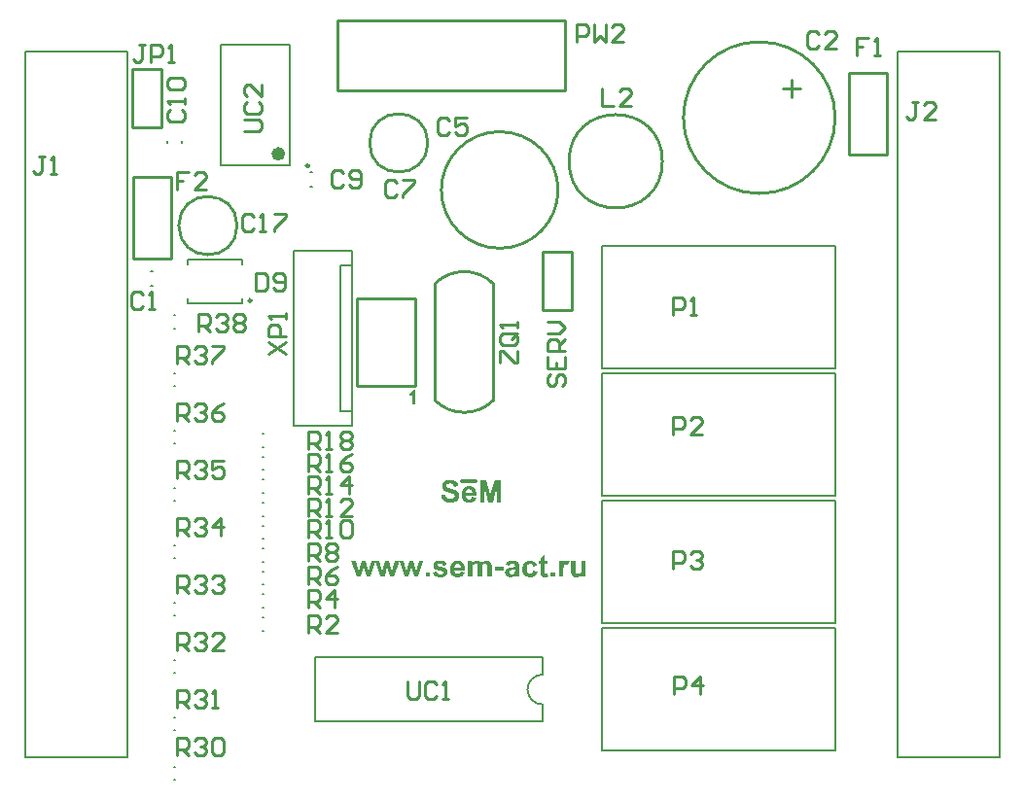
<source format=gto>
%FSLAX24Y24*%
%MOIN*%
G70*
G01*
G75*
G04 Layer_Color=16777215*
%ADD10R,0.0413X0.0571*%
%ADD11O,0.0906X0.0236*%
%ADD12R,0.0571X0.0413*%
%ADD13R,0.0827X0.0846*%
%ADD14R,0.0433X0.0532*%
%ADD15C,0.0197*%
%ADD16C,0.0394*%
%ADD17C,0.0295*%
%ADD18C,0.0591*%
%ADD19C,0.0709*%
%ADD20C,0.1181*%
%ADD21C,0.0669*%
G04:AMPARAMS|DCode=22|XSize=78.7mil|YSize=78.7mil|CornerRadius=19.7mil|HoleSize=0mil|Usage=FLASHONLY|Rotation=270.000|XOffset=0mil|YOffset=0mil|HoleType=Round|Shape=RoundedRectangle|*
%AMROUNDEDRECTD22*
21,1,0.0787,0.0394,0,0,270.0*
21,1,0.0394,0.0787,0,0,270.0*
1,1,0.0394,-0.0197,-0.0197*
1,1,0.0394,-0.0197,0.0197*
1,1,0.0394,0.0197,0.0197*
1,1,0.0394,0.0197,-0.0197*
%
%ADD22ROUNDEDRECTD22*%
%ADD23C,0.0787*%
G04:AMPARAMS|DCode=24|XSize=70.9mil|YSize=70.9mil|CornerRadius=17.7mil|HoleSize=0mil|Usage=FLASHONLY|Rotation=0.000|XOffset=0mil|YOffset=0mil|HoleType=Round|Shape=RoundedRectangle|*
%AMROUNDEDRECTD24*
21,1,0.0709,0.0354,0,0,0.0*
21,1,0.0354,0.0709,0,0,0.0*
1,1,0.0354,0.0177,-0.0177*
1,1,0.0354,-0.0177,-0.0177*
1,1,0.0354,-0.0177,0.0177*
1,1,0.0354,0.0177,0.0177*
%
%ADD24ROUNDEDRECTD24*%
G04:AMPARAMS|DCode=25|XSize=70.9mil|YSize=70.9mil|CornerRadius=17.7mil|HoleSize=0mil|Usage=FLASHONLY|Rotation=270.000|XOffset=0mil|YOffset=0mil|HoleType=Round|Shape=RoundedRectangle|*
%AMROUNDEDRECTD25*
21,1,0.0709,0.0354,0,0,270.0*
21,1,0.0354,0.0709,0,0,270.0*
1,1,0.0354,-0.0177,-0.0177*
1,1,0.0354,-0.0177,0.0177*
1,1,0.0354,0.0177,0.0177*
1,1,0.0354,0.0177,-0.0177*
%
%ADD25ROUNDEDRECTD25*%
%ADD26C,0.0591*%
%ADD27O,0.0787X0.0630*%
%ADD28C,0.0630*%
G04:AMPARAMS|DCode=29|XSize=63mil|YSize=63mil|CornerRadius=15.7mil|HoleSize=0mil|Usage=FLASHONLY|Rotation=180.000|XOffset=0mil|YOffset=0mil|HoleType=Round|Shape=RoundedRectangle|*
%AMROUNDEDRECTD29*
21,1,0.0630,0.0315,0,0,180.0*
21,1,0.0315,0.0630,0,0,180.0*
1,1,0.0315,-0.0157,0.0157*
1,1,0.0315,0.0157,0.0157*
1,1,0.0315,0.0157,-0.0157*
1,1,0.0315,-0.0157,-0.0157*
%
%ADD29ROUNDEDRECTD29*%
%ADD30C,0.0512*%
%ADD31R,0.0512X0.1122*%
%ADD32R,0.0846X0.0827*%
%ADD33R,0.0492X0.0689*%
%ADD34R,0.0236X0.0866*%
%ADD35R,0.0610X0.0787*%
%ADD36R,0.0532X0.0433*%
%ADD37O,0.0217X0.0689*%
%ADD38O,0.0689X0.0217*%
%ADD39R,0.0768X0.0354*%
%ADD40R,0.0413X0.0768*%
%ADD41O,0.0236X0.0866*%
%ADD42R,0.0433X0.0354*%
%ADD43R,0.0689X0.0492*%
%ADD44C,0.0118*%
%ADD45C,0.0236*%
%ADD46C,0.0138*%
%ADD47C,0.0100*%
%ADD48C,0.0098*%
%ADD49C,0.0050*%
%ADD50C,0.0079*%
G36*
X26954Y17922D02*
X26963D01*
X26985Y17920D01*
X27008Y17917D01*
X27032Y17913D01*
X27055Y17907D01*
X27065Y17903D01*
X27075Y17899D01*
X27076D01*
X27077Y17898D01*
X27082Y17895D01*
X27091Y17890D01*
X27101Y17884D01*
X27113Y17875D01*
X27124Y17865D01*
X27134Y17853D01*
X27142Y17841D01*
X27144Y17839D01*
X27146Y17834D01*
X27149Y17825D01*
X27150Y17819D01*
X27152Y17811D01*
X27154Y17804D01*
X27156Y17794D01*
X27158Y17783D01*
X27159Y17771D01*
X27160Y17758D01*
X27161Y17744D01*
X27162Y17728D01*
Y17711D01*
X27160Y17541D01*
Y17540D01*
Y17538D01*
Y17535D01*
Y17529D01*
Y17516D01*
X27161Y17501D01*
Y17484D01*
X27163Y17466D01*
X27164Y17449D01*
X27167Y17434D01*
Y17433D01*
X27168Y17429D01*
X27170Y17421D01*
X27172Y17412D01*
X27176Y17402D01*
X27181Y17390D01*
X27186Y17376D01*
X27193Y17362D01*
X27050D01*
Y17363D01*
X27048Y17364D01*
X27047Y17369D01*
X27045Y17373D01*
X27043Y17379D01*
X27041Y17386D01*
X27039Y17395D01*
X27035Y17405D01*
Y17406D01*
X27034Y17407D01*
X27033Y17411D01*
X27031Y17417D01*
X27030Y17421D01*
X27028Y17420D01*
X27023Y17416D01*
X27016Y17409D01*
X27006Y17402D01*
X26994Y17393D01*
X26981Y17383D01*
X26965Y17375D01*
X26950Y17368D01*
X26948Y17367D01*
X26942Y17365D01*
X26934Y17362D01*
X26923Y17359D01*
X26910Y17356D01*
X26894Y17353D01*
X26877Y17351D01*
X26859Y17350D01*
X26852D01*
X26845Y17351D01*
X26839D01*
X26830Y17352D01*
X26811Y17356D01*
X26789Y17361D01*
X26768Y17369D01*
X26746Y17380D01*
X26726Y17395D01*
Y17396D01*
X26724Y17397D01*
X26718Y17404D01*
X26711Y17414D01*
X26702Y17427D01*
X26693Y17443D01*
X26686Y17463D01*
X26680Y17486D01*
X26679Y17498D01*
X26678Y17511D01*
Y17513D01*
Y17519D01*
X26679Y17527D01*
X26681Y17538D01*
X26683Y17551D01*
X26687Y17564D01*
X26692Y17579D01*
X26700Y17593D01*
X26701Y17595D01*
X26704Y17599D01*
X26709Y17606D01*
X26716Y17614D01*
X26724Y17622D01*
X26735Y17632D01*
X26747Y17641D01*
X26761Y17649D01*
X26763Y17650D01*
X26769Y17652D01*
X26777Y17655D01*
X26791Y17661D01*
X26807Y17666D01*
X26827Y17672D01*
X26851Y17677D01*
X26877Y17682D01*
X26878D01*
X26881Y17684D01*
X26887Y17685D01*
X26893Y17686D01*
X26902Y17687D01*
X26912Y17689D01*
X26934Y17694D01*
X26957Y17700D01*
X26981Y17705D01*
X27001Y17712D01*
X27011Y17715D01*
X27019Y17719D01*
Y17733D01*
Y17735D01*
Y17739D01*
X27018Y17747D01*
X27017Y17757D01*
X27013Y17767D01*
X27010Y17776D01*
X27005Y17785D01*
X26997Y17793D01*
X26996Y17794D01*
X26993Y17796D01*
X26987Y17798D01*
X26980Y17803D01*
X26969Y17806D01*
X26956Y17808D01*
X26939Y17810D01*
X26919Y17811D01*
X26913D01*
X26906Y17810D01*
X26898Y17809D01*
X26888Y17807D01*
X26877Y17805D01*
X26867Y17801D01*
X26858Y17795D01*
X26857Y17794D01*
X26855Y17792D01*
X26851Y17788D01*
X26846Y17783D01*
X26840Y17775D01*
X26834Y17766D01*
X26829Y17755D01*
X26823Y17741D01*
X26693Y17766D01*
Y17767D01*
X26694Y17769D01*
X26695Y17773D01*
X26698Y17779D01*
X26700Y17785D01*
X26703Y17793D01*
X26711Y17810D01*
X26722Y17829D01*
X26735Y17849D01*
X26750Y17867D01*
X26769Y17884D01*
X26770D01*
X26771Y17886D01*
X26774Y17887D01*
X26778Y17890D01*
X26785Y17892D01*
X26792Y17896D01*
X26800Y17900D01*
X26809Y17903D01*
X26820Y17907D01*
X26832Y17911D01*
X26845Y17914D01*
X26860Y17916D01*
X26876Y17920D01*
X26893Y17921D01*
X26911Y17923D01*
X26947D01*
X26954Y17922D01*
D02*
G37*
G36*
X24100Y17362D02*
X23954D01*
Y17508D01*
X24100D01*
Y17362D01*
D02*
G37*
G36*
X29446D02*
X29312D01*
Y17444D01*
X29311Y17442D01*
X29307Y17437D01*
X29300Y17429D01*
X29290Y17419D01*
X29279Y17407D01*
X29265Y17396D01*
X29250Y17384D01*
X29232Y17374D01*
X29230Y17373D01*
X29224Y17371D01*
X29214Y17367D01*
X29201Y17362D01*
X29185Y17358D01*
X29168Y17353D01*
X29149Y17351D01*
X29130Y17350D01*
X29120D01*
X29110Y17351D01*
X29097Y17353D01*
X29080Y17356D01*
X29064Y17360D01*
X29046Y17367D01*
X29030Y17374D01*
X29028Y17375D01*
X29024Y17379D01*
X29015Y17384D01*
X29006Y17392D01*
X28995Y17402D01*
X28985Y17412D01*
X28975Y17427D01*
X28967Y17442D01*
X28966Y17444D01*
X28963Y17450D01*
X28960Y17459D01*
X28957Y17474D01*
X28954Y17491D01*
X28950Y17512D01*
X28948Y17536D01*
X28947Y17563D01*
Y17911D01*
X29092D01*
Y17658D01*
Y17657D01*
Y17653D01*
Y17647D01*
Y17640D01*
Y17631D01*
Y17621D01*
X29093Y17598D01*
X29095Y17573D01*
X29096Y17550D01*
X29097Y17540D01*
X29098Y17531D01*
X29099Y17523D01*
X29100Y17517D01*
Y17516D01*
X29101Y17513D01*
X29103Y17509D01*
X29107Y17502D01*
X29110Y17496D01*
X29115Y17489D01*
X29121Y17482D01*
X29128Y17476D01*
X29130Y17475D01*
X29133Y17474D01*
X29137Y17471D01*
X29144Y17469D01*
X29151Y17466D01*
X29161Y17464D01*
X29171Y17463D01*
X29183Y17462D01*
X29190D01*
X29196Y17463D01*
X29205Y17464D01*
X29216Y17466D01*
X29227Y17470D01*
X29239Y17475D01*
X29250Y17481D01*
X29251Y17482D01*
X29254Y17485D01*
X29260Y17489D01*
X29266Y17496D01*
X29273Y17503D01*
X29279Y17511D01*
X29286Y17521D01*
X29290Y17532D01*
Y17533D01*
X29292Y17538D01*
Y17543D01*
X29293Y17548D01*
X29295Y17553D01*
X29296Y17561D01*
X29297Y17571D01*
X29298Y17581D01*
X29299Y17593D01*
Y17607D01*
X29300Y17622D01*
X29301Y17640D01*
Y17658D01*
Y17679D01*
Y17911D01*
X29446D01*
Y17362D01*
D02*
G37*
G36*
X28390D02*
X28244D01*
Y17508D01*
X28390D01*
Y17362D01*
D02*
G37*
G36*
X28045Y17911D02*
X28145D01*
Y17795D01*
X28045D01*
Y17573D01*
Y17572D01*
Y17570D01*
Y17567D01*
Y17562D01*
Y17551D01*
Y17538D01*
X28046Y17525D01*
Y17512D01*
Y17502D01*
X28047Y17498D01*
Y17496D01*
X28049Y17493D01*
X28051Y17489D01*
X28054Y17484D01*
X28061Y17477D01*
X28063Y17476D01*
X28067Y17474D01*
X28075Y17471D01*
X28085Y17470D01*
X28089D01*
X28093Y17471D01*
X28100Y17473D01*
X28109Y17474D01*
X28119Y17476D01*
X28131Y17479D01*
X28144Y17484D01*
X28157Y17371D01*
X28156D01*
X28155Y17370D01*
X28148Y17368D01*
X28137Y17364D01*
X28123Y17361D01*
X28106Y17357D01*
X28087Y17353D01*
X28065Y17351D01*
X28042Y17350D01*
X28035D01*
X28028Y17351D01*
X28018Y17352D01*
X28007Y17353D01*
X27995Y17356D01*
X27983Y17359D01*
X27971Y17363D01*
X27970Y17364D01*
X27965Y17365D01*
X27960Y17369D01*
X27953Y17372D01*
X27938Y17383D01*
X27931Y17390D01*
X27924Y17397D01*
X27923Y17398D01*
X27922Y17402D01*
X27920Y17406D01*
X27916Y17412D01*
X27913Y17420D01*
X27910Y17430D01*
X27906Y17441D01*
X27904Y17453D01*
Y17454D01*
X27903Y17458D01*
Y17465D01*
X27902Y17476D01*
X27901Y17490D01*
Y17508D01*
X27900Y17517D01*
Y17529D01*
Y17541D01*
Y17556D01*
Y17795D01*
X27833D01*
Y17911D01*
X27900D01*
Y18020D01*
X28045Y18105D01*
Y17911D01*
D02*
G37*
G36*
X26547Y19921D02*
X26406D01*
X26405Y20516D01*
X26257Y19921D01*
X26109D01*
X25960Y20516D01*
Y19921D01*
X25819D01*
Y20678D01*
X26048D01*
X26183Y20161D01*
X26318Y20678D01*
X26547D01*
Y19921D01*
D02*
G37*
G36*
X25461Y20481D02*
X25471Y20480D01*
X25483Y20478D01*
X25496Y20475D01*
X25510Y20472D01*
X25525Y20468D01*
X25541Y20462D01*
X25557Y20456D01*
X25574Y20447D01*
X25589Y20438D01*
X25604Y20427D01*
X25619Y20414D01*
X25633Y20400D01*
X25634Y20399D01*
X25636Y20397D01*
X25639Y20391D01*
X25643Y20385D01*
X25649Y20376D01*
X25654Y20366D01*
X25661Y20353D01*
X25668Y20339D01*
X25674Y20322D01*
X25681Y20304D01*
X25686Y20284D01*
X25692Y20261D01*
X25696Y20237D01*
X25699Y20211D01*
X25701Y20184D01*
Y20153D01*
X25339D01*
Y20152D01*
Y20150D01*
Y20146D01*
X25340Y20142D01*
X25341Y20131D01*
X25343Y20116D01*
X25347Y20101D01*
X25354Y20083D01*
X25361Y20067D01*
X25372Y20052D01*
X25374Y20051D01*
X25379Y20047D01*
X25386Y20041D01*
X25395Y20035D01*
X25407Y20028D01*
X25423Y20023D01*
X25439Y20019D01*
X25457Y20017D01*
X25462D01*
X25469Y20019D01*
X25476Y20020D01*
X25485Y20022D01*
X25495Y20025D01*
X25505Y20029D01*
X25513Y20036D01*
X25515Y20037D01*
X25518Y20039D01*
X25522Y20044D01*
X25527Y20050D01*
X25533Y20059D01*
X25539Y20069D01*
X25544Y20082D01*
X25549Y20096D01*
X25694Y20072D01*
Y20071D01*
X25693Y20069D01*
X25690Y20064D01*
X25688Y20059D01*
X25685Y20052D01*
X25682Y20045D01*
X25672Y20027D01*
X25660Y20008D01*
X25645Y19987D01*
X25626Y19968D01*
X25605Y19951D01*
X25604D01*
X25603Y19949D01*
X25599Y19947D01*
X25594Y19944D01*
X25589Y19941D01*
X25581Y19938D01*
X25574Y19934D01*
X25564Y19930D01*
X25542Y19922D01*
X25517Y19916D01*
X25487Y19911D01*
X25456Y19909D01*
X25449D01*
X25442Y19910D01*
X25433D01*
X25421Y19913D01*
X25406Y19915D01*
X25391Y19917D01*
X25376Y19921D01*
X25358Y19926D01*
X25341Y19932D01*
X25323Y19940D01*
X25306Y19949D01*
X25288Y19960D01*
X25272Y19972D01*
X25258Y19986D01*
X25243Y20002D01*
X25242Y20003D01*
X25241Y20005D01*
X25239Y20010D01*
X25235Y20015D01*
X25231Y20023D01*
X25227Y20032D01*
X25222Y20041D01*
X25217Y20054D01*
X25212Y20067D01*
X25207Y20081D01*
X25202Y20096D01*
X25199Y20114D01*
X25195Y20131D01*
X25192Y20150D01*
X25191Y20170D01*
X25190Y20191D01*
Y20192D01*
Y20197D01*
Y20204D01*
X25191Y20214D01*
X25192Y20225D01*
X25193Y20238D01*
X25195Y20252D01*
X25199Y20269D01*
X25207Y20303D01*
X25213Y20320D01*
X25219Y20339D01*
X25228Y20356D01*
X25238Y20373D01*
X25249Y20389D01*
X25261Y20404D01*
X25262Y20405D01*
X25264Y20408D01*
X25269Y20412D01*
X25274Y20416D01*
X25281Y20422D01*
X25289Y20428D01*
X25299Y20436D01*
X25310Y20444D01*
X25322Y20450D01*
X25336Y20458D01*
X25351Y20464D01*
X25367Y20470D01*
X25383Y20474D01*
X25402Y20479D01*
X25421Y20481D01*
X25440Y20482D01*
X25452D01*
X25461Y20481D01*
D02*
G37*
G36*
X25066Y17922D02*
X25076Y17921D01*
X25088Y17919D01*
X25101Y17916D01*
X25115Y17913D01*
X25130Y17909D01*
X25146Y17903D01*
X25162Y17897D01*
X25178Y17888D01*
X25194Y17879D01*
X25209Y17868D01*
X25224Y17855D01*
X25237Y17841D01*
X25238Y17840D01*
X25241Y17838D01*
X25244Y17832D01*
X25248Y17826D01*
X25254Y17817D01*
X25259Y17807D01*
X25266Y17794D01*
X25272Y17780D01*
X25279Y17763D01*
X25285Y17745D01*
X25291Y17725D01*
X25296Y17702D01*
X25301Y17678D01*
X25304Y17652D01*
X25306Y17625D01*
Y17594D01*
X24943D01*
Y17593D01*
Y17591D01*
Y17587D01*
X24944Y17583D01*
X24946Y17572D01*
X24948Y17557D01*
X24952Y17541D01*
X24959Y17524D01*
X24966Y17508D01*
X24977Y17493D01*
X24978Y17492D01*
X24984Y17488D01*
X24990Y17482D01*
X25000Y17476D01*
X25012Y17469D01*
X25027Y17464D01*
X25044Y17459D01*
X25061Y17458D01*
X25067D01*
X25073Y17459D01*
X25081Y17461D01*
X25090Y17463D01*
X25100Y17466D01*
X25109Y17470D01*
X25118Y17477D01*
X25119Y17478D01*
X25123Y17480D01*
X25127Y17485D01*
X25131Y17491D01*
X25138Y17500D01*
X25143Y17510D01*
X25149Y17523D01*
X25154Y17537D01*
X25299Y17513D01*
Y17512D01*
X25297Y17510D01*
X25295Y17505D01*
X25293Y17500D01*
X25290Y17493D01*
X25287Y17486D01*
X25277Y17468D01*
X25265Y17449D01*
X25249Y17428D01*
X25231Y17409D01*
X25210Y17392D01*
X25209D01*
X25208Y17390D01*
X25203Y17388D01*
X25199Y17385D01*
X25194Y17382D01*
X25186Y17379D01*
X25178Y17375D01*
X25168Y17371D01*
X25147Y17363D01*
X25122Y17357D01*
X25092Y17352D01*
X25060Y17350D01*
X25054D01*
X25047Y17351D01*
X25037D01*
X25025Y17353D01*
X25011Y17356D01*
X24996Y17358D01*
X24980Y17362D01*
X24963Y17367D01*
X24946Y17373D01*
X24928Y17381D01*
X24911Y17390D01*
X24893Y17400D01*
X24877Y17412D01*
X24862Y17427D01*
X24848Y17443D01*
X24847Y17444D01*
X24846Y17446D01*
X24844Y17451D01*
X24840Y17456D01*
X24836Y17464D01*
X24832Y17473D01*
X24826Y17482D01*
X24822Y17494D01*
X24817Y17508D01*
X24812Y17522D01*
X24807Y17537D01*
X24803Y17555D01*
X24800Y17572D01*
X24797Y17591D01*
X24796Y17611D01*
X24795Y17632D01*
Y17633D01*
Y17638D01*
Y17645D01*
X24796Y17655D01*
X24797Y17666D01*
X24798Y17679D01*
X24800Y17693D01*
X24803Y17710D01*
X24812Y17744D01*
X24818Y17761D01*
X24824Y17780D01*
X24833Y17797D01*
X24843Y17814D01*
X24854Y17830D01*
X24866Y17845D01*
X24867Y17846D01*
X24869Y17849D01*
X24873Y17853D01*
X24879Y17857D01*
X24885Y17863D01*
X24894Y17869D01*
X24904Y17877D01*
X24915Y17885D01*
X24927Y17891D01*
X24941Y17899D01*
X24955Y17905D01*
X24972Y17911D01*
X24988Y17915D01*
X25007Y17920D01*
X25025Y17922D01*
X25045Y17923D01*
X25057D01*
X25066Y17922D01*
D02*
G37*
G36*
X24815Y20691D02*
X24827Y20690D01*
X24841Y20689D01*
X24855Y20686D01*
X24872Y20684D01*
X24907Y20677D01*
X24924Y20671D01*
X24942Y20666D01*
X24959Y20658D01*
X24976Y20649D01*
X24991Y20639D01*
X25005Y20628D01*
X25006Y20627D01*
X25008Y20625D01*
X25012Y20622D01*
X25016Y20617D01*
X25022Y20611D01*
X25028Y20603D01*
X25035Y20595D01*
X25042Y20585D01*
X25049Y20573D01*
X25055Y20561D01*
X25062Y20546D01*
X25067Y20531D01*
X25073Y20516D01*
X25077Y20498D01*
X25081Y20481D01*
X25082Y20461D01*
X24929Y20456D01*
Y20457D01*
Y20458D01*
X24926Y20466D01*
X24924Y20475D01*
X24920Y20487D01*
X24914Y20502D01*
X24907Y20515D01*
X24897Y20528D01*
X24886Y20539D01*
X24885Y20540D01*
X24881Y20543D01*
X24873Y20548D01*
X24862Y20552D01*
X24849Y20556D01*
X24832Y20561D01*
X24813Y20564D01*
X24790Y20565D01*
X24779D01*
X24767Y20564D01*
X24753Y20562D01*
X24736Y20558D01*
X24719Y20553D01*
X24702Y20546D01*
X24687Y20537D01*
X24686Y20536D01*
X24684Y20533D01*
X24679Y20530D01*
X24675Y20525D01*
X24671Y20518D01*
X24666Y20509D01*
X24664Y20501D01*
X24663Y20490D01*
Y20489D01*
Y20485D01*
X24664Y20480D01*
X24666Y20474D01*
X24669Y20467D01*
X24672Y20459D01*
X24677Y20451D01*
X24685Y20444D01*
X24686Y20443D01*
X24691Y20439D01*
X24695Y20437D01*
X24700Y20435D01*
X24706Y20432D01*
X24713Y20428D01*
X24722Y20425D01*
X24732Y20421D01*
X24744Y20416D01*
X24756Y20412D01*
X24771Y20408D01*
X24788Y20403D01*
X24805Y20399D01*
X24825Y20393D01*
X24826D01*
X24830Y20392D01*
X24836Y20391D01*
X24843Y20389D01*
X24852Y20387D01*
X24863Y20384D01*
X24875Y20380D01*
X24887Y20377D01*
X24913Y20368D01*
X24941Y20360D01*
X24967Y20350D01*
X24978Y20344D01*
X24989Y20339D01*
X24990D01*
X24991Y20338D01*
X24998Y20333D01*
X25007Y20327D01*
X25019Y20318D01*
X25032Y20307D01*
X25047Y20294D01*
X25061Y20279D01*
X25073Y20261D01*
X25074Y20259D01*
X25077Y20252D01*
X25083Y20243D01*
X25088Y20228D01*
X25094Y20211D01*
X25099Y20190D01*
X25102Y20167D01*
X25104Y20141D01*
Y20140D01*
Y20138D01*
Y20134D01*
Y20130D01*
X25102Y20125D01*
X25101Y20117D01*
X25099Y20102D01*
X25095Y20082D01*
X25088Y20061D01*
X25078Y20040D01*
X25066Y20019D01*
Y20017D01*
X25064Y20016D01*
X25060Y20010D01*
X25051Y19999D01*
X25040Y19987D01*
X25026Y19973D01*
X25007Y19960D01*
X24988Y19946D01*
X24964Y19934D01*
X24963D01*
X24960Y19933D01*
X24957Y19932D01*
X24952Y19930D01*
X24945Y19928D01*
X24937Y19926D01*
X24929Y19923D01*
X24919Y19921D01*
X24907Y19918D01*
X24895Y19916D01*
X24866Y19911D01*
X24835Y19908D01*
X24800Y19907D01*
X24785D01*
X24776Y19908D01*
X24764Y19909D01*
X24751Y19910D01*
X24735Y19913D01*
X24719Y19916D01*
X24683Y19923D01*
X24664Y19929D01*
X24647Y19934D01*
X24628Y19942D01*
X24611Y19951D01*
X24594Y19961D01*
X24579Y19973D01*
X24578Y19974D01*
X24576Y19976D01*
X24571Y19979D01*
X24567Y19985D01*
X24560Y19992D01*
X24554Y20001D01*
X24546Y20011D01*
X24538Y20022D01*
X24531Y20035D01*
X24523Y20049D01*
X24516Y20066D01*
X24508Y20083D01*
X24502Y20102D01*
X24496Y20122D01*
X24491Y20144D01*
X24488Y20167D01*
X24637Y20181D01*
Y20180D01*
X24638Y20178D01*
Y20174D01*
X24639Y20169D01*
X24643Y20156D01*
X24649Y20140D01*
X24655Y20121D01*
X24665Y20103D01*
X24676Y20086D01*
X24690Y20071D01*
X24693Y20070D01*
X24698Y20066D01*
X24707Y20060D01*
X24720Y20054D01*
X24736Y20047D01*
X24755Y20041D01*
X24777Y20037D01*
X24802Y20036D01*
X24814D01*
X24827Y20038D01*
X24843Y20040D01*
X24861Y20044D01*
X24879Y20049D01*
X24897Y20057D01*
X24912Y20067D01*
X24914Y20068D01*
X24919Y20072D01*
X24924Y20079D01*
X24932Y20087D01*
X24939Y20098D01*
X24945Y20111D01*
X24949Y20125D01*
X24951Y20140D01*
Y20141D01*
Y20144D01*
X24949Y20150D01*
X24948Y20156D01*
X24946Y20163D01*
X24944Y20170D01*
X24940Y20178D01*
X24934Y20186D01*
X24933Y20187D01*
X24931Y20189D01*
X24928Y20192D01*
X24922Y20197D01*
X24914Y20202D01*
X24905Y20208D01*
X24894Y20213D01*
X24879Y20219D01*
X24878D01*
X24874Y20221D01*
X24866Y20223D01*
X24861Y20225D01*
X24854Y20226D01*
X24847Y20228D01*
X24838Y20232D01*
X24828Y20234D01*
X24817Y20237D01*
X24804Y20240D01*
X24790Y20244D01*
X24775Y20248D01*
X24757Y20252D01*
X24756D01*
X24752Y20254D01*
X24745Y20256D01*
X24737Y20258D01*
X24728Y20261D01*
X24716Y20264D01*
X24704Y20269D01*
X24689Y20273D01*
X24661Y20284D01*
X24634Y20297D01*
X24619Y20304D01*
X24607Y20311D01*
X24595Y20319D01*
X24585Y20327D01*
X24584Y20328D01*
X24582Y20330D01*
X24579Y20333D01*
X24575Y20338D01*
X24569Y20344D01*
X24564Y20352D01*
X24557Y20360D01*
X24552Y20369D01*
X24538Y20392D01*
X24528Y20419D01*
X24523Y20433D01*
X24520Y20447D01*
X24518Y20463D01*
X24517Y20480D01*
Y20481D01*
Y20482D01*
Y20485D01*
Y20490D01*
X24519Y20501D01*
X24521Y20515D01*
X24524Y20531D01*
X24530Y20550D01*
X24537Y20569D01*
X24548Y20588D01*
Y20589D01*
X24549Y20590D01*
X24555Y20597D01*
X24561Y20605D01*
X24572Y20616D01*
X24585Y20628D01*
X24602Y20642D01*
X24620Y20654D01*
X24642Y20665D01*
X24643D01*
X24646Y20666D01*
X24649Y20667D01*
X24653Y20669D01*
X24660Y20671D01*
X24666Y20673D01*
X24675Y20675D01*
X24685Y20679D01*
X24707Y20683D01*
X24732Y20687D01*
X24760Y20691D01*
X24792Y20692D01*
X24805D01*
X24815Y20691D01*
D02*
G37*
G36*
X22058Y17362D02*
X21918D01*
X21824Y17714D01*
X21731Y17362D01*
X21590D01*
X21417Y17911D01*
X21557D01*
X21660Y17551D01*
X21755Y17911D01*
X21895D01*
X21986Y17551D01*
X22091Y17911D01*
X22234D01*
X22058Y17362D01*
D02*
G37*
G36*
X24476Y17922D02*
X24486Y17921D01*
X24498Y17920D01*
X24512Y17919D01*
X24539Y17914D01*
X24566Y17908D01*
X24592Y17898D01*
X24605Y17892D01*
X24615Y17886D01*
X24617D01*
X24618Y17884D01*
X24624Y17879D01*
X24634Y17870D01*
X24645Y17858D01*
X24658Y17844D01*
X24670Y17826D01*
X24682Y17804D01*
X24691Y17779D01*
X24554Y17753D01*
Y17755D01*
X24552Y17759D01*
X24550Y17764D01*
X24547Y17771D01*
X24542Y17780D01*
X24536Y17787D01*
X24529Y17795D01*
X24520Y17802D01*
X24519Y17803D01*
X24516Y17805D01*
X24511Y17807D01*
X24503Y17810D01*
X24493Y17814D01*
X24481Y17817D01*
X24467Y17818D01*
X24450Y17819D01*
X24441D01*
X24431Y17818D01*
X24419Y17817D01*
X24404Y17815D01*
X24391Y17813D01*
X24379Y17808D01*
X24368Y17803D01*
X24367D01*
X24366Y17801D01*
X24361Y17795D01*
X24354Y17785D01*
X24353Y17780D01*
X24352Y17773D01*
Y17772D01*
Y17771D01*
X24354Y17764D01*
X24359Y17756D01*
X24362Y17751D01*
X24366Y17747D01*
X24367Y17746D01*
X24372Y17745D01*
X24374Y17743D01*
X24378Y17741D01*
X24384Y17739D01*
X24390Y17736D01*
X24399Y17734D01*
X24408Y17731D01*
X24419Y17727D01*
X24432Y17724D01*
X24446Y17720D01*
X24462Y17715D01*
X24481Y17711D01*
X24502Y17705D01*
X24503D01*
X24507Y17704D01*
X24513Y17703D01*
X24520Y17701D01*
X24530Y17698D01*
X24541Y17696D01*
X24565Y17688D01*
X24592Y17678D01*
X24619Y17667D01*
X24632Y17661D01*
X24644Y17655D01*
X24654Y17647D01*
X24664Y17641D01*
X24666Y17639D01*
X24671Y17634D01*
X24678Y17626D01*
X24686Y17614D01*
X24695Y17598D01*
X24702Y17580D01*
X24707Y17558D01*
X24709Y17534D01*
Y17533D01*
Y17531D01*
Y17526D01*
X24708Y17521D01*
X24707Y17515D01*
X24706Y17508D01*
X24702Y17489D01*
X24694Y17469D01*
X24689Y17458D01*
X24683Y17447D01*
X24676Y17437D01*
X24667Y17426D01*
X24657Y17415D01*
X24646Y17404D01*
X24645Y17403D01*
X24643Y17402D01*
X24639Y17399D01*
X24634Y17395D01*
X24627Y17392D01*
X24620Y17387D01*
X24610Y17382D01*
X24599Y17378D01*
X24587Y17372D01*
X24573Y17368D01*
X24558Y17362D01*
X24541Y17359D01*
X24523Y17356D01*
X24503Y17352D01*
X24482Y17351D01*
X24460Y17350D01*
X24449D01*
X24442Y17351D01*
X24432D01*
X24421Y17352D01*
X24409Y17353D01*
X24396Y17356D01*
X24367Y17361D01*
X24338Y17369D01*
X24308Y17380D01*
X24295Y17387D01*
X24282Y17395D01*
X24281Y17396D01*
X24279Y17397D01*
X24276Y17399D01*
X24272Y17404D01*
X24260Y17414D01*
X24247Y17428D01*
X24233Y17445D01*
X24220Y17466D01*
X24208Y17491D01*
X24198Y17519D01*
X24343Y17540D01*
Y17538D01*
X24345Y17534D01*
X24348Y17526D01*
X24351Y17516D01*
X24356Y17505D01*
X24363Y17496D01*
X24371Y17485D01*
X24380Y17476D01*
X24382Y17475D01*
X24386Y17473D01*
X24392Y17469D01*
X24401Y17466D01*
X24412Y17462D01*
X24426Y17458D01*
X24442Y17456D01*
X24460Y17455D01*
X24469D01*
X24480Y17456D01*
X24492Y17457D01*
X24505Y17459D01*
X24519Y17464D01*
X24532Y17468D01*
X24544Y17475D01*
X24545Y17476D01*
X24548Y17478D01*
X24551Y17481D01*
X24554Y17486D01*
X24558Y17491D01*
X24561Y17498D01*
X24563Y17505D01*
X24564Y17514D01*
Y17515D01*
Y17517D01*
X24563Y17524D01*
X24560Y17533D01*
X24553Y17541D01*
X24551Y17544D01*
X24548Y17545D01*
X24543Y17548D01*
X24537Y17550D01*
X24528Y17553D01*
X24518Y17557D01*
X24505Y17560D01*
X24503D01*
X24497Y17562D01*
X24489Y17564D01*
X24477Y17567D01*
X24462Y17570D01*
X24447Y17574D01*
X24430Y17579D01*
X24411Y17584D01*
X24373Y17595D01*
X24354Y17600D01*
X24337Y17607D01*
X24320Y17613D01*
X24305Y17619D01*
X24292Y17626D01*
X24282Y17631D01*
X24281Y17632D01*
X24279Y17633D01*
X24277Y17635D01*
X24272Y17640D01*
X24261Y17650D01*
X24250Y17664D01*
X24238Y17681D01*
X24227Y17702D01*
X24223Y17714D01*
X24221Y17727D01*
X24219Y17740D01*
X24218Y17755D01*
Y17756D01*
Y17758D01*
Y17761D01*
X24219Y17767D01*
X24220Y17772D01*
X24221Y17780D01*
X24224Y17796D01*
X24231Y17815D01*
X24242Y17834D01*
X24247Y17845D01*
X24255Y17855D01*
X24263Y17865D01*
X24273Y17874D01*
X24274Y17875D01*
X24276Y17876D01*
X24279Y17878D01*
X24284Y17881D01*
X24290Y17885D01*
X24297Y17889D01*
X24306Y17893D01*
X24316Y17899D01*
X24328Y17903D01*
X24341Y17908D01*
X24355Y17912D01*
X24371Y17915D01*
X24388Y17919D01*
X24407Y17921D01*
X24426Y17923D01*
X24467D01*
X24476Y17922D01*
D02*
G37*
G36*
X27553D02*
X27562D01*
X27572Y17921D01*
X27583Y17920D01*
X27595Y17917D01*
X27620Y17912D01*
X27646Y17904D01*
X27673Y17893D01*
X27697Y17879D01*
X27698D01*
X27699Y17877D01*
X27702Y17875D01*
X27706Y17872D01*
X27716Y17862D01*
X27729Y17847D01*
X27744Y17829D01*
X27758Y17807D01*
X27771Y17781D01*
X27782Y17750D01*
X27639Y17724D01*
Y17726D01*
X27638Y17731D01*
X27635Y17738D01*
X27632Y17748D01*
X27627Y17758D01*
X27621Y17769D01*
X27614Y17779D01*
X27605Y17787D01*
X27604Y17788D01*
X27600Y17791D01*
X27595Y17794D01*
X27587Y17798D01*
X27577Y17803D01*
X27567Y17806D01*
X27553Y17808D01*
X27539Y17809D01*
X27537D01*
X27530Y17808D01*
X27521Y17807D01*
X27508Y17805D01*
X27494Y17799D01*
X27480Y17793D01*
X27466Y17784D01*
X27453Y17771D01*
X27452Y17769D01*
X27448Y17763D01*
X27443Y17755D01*
X27438Y17741D01*
X27431Y17724D01*
X27429Y17714D01*
X27427Y17703D01*
X27424Y17690D01*
X27422Y17677D01*
X27421Y17662D01*
Y17646D01*
Y17645D01*
Y17642D01*
Y17637D01*
X27422Y17630D01*
Y17622D01*
X27423Y17614D01*
X27426Y17592D01*
X27429Y17569D01*
X27435Y17546D01*
X27443Y17525D01*
X27448Y17516D01*
X27454Y17508D01*
X27455Y17505D01*
X27461Y17501D01*
X27467Y17496D01*
X27477Y17488D01*
X27490Y17480D01*
X27504Y17475D01*
X27522Y17470D01*
X27541Y17468D01*
X27548D01*
X27556Y17469D01*
X27565Y17471D01*
X27576Y17474D01*
X27587Y17478D01*
X27598Y17484D01*
X27609Y17491D01*
X27610Y17492D01*
X27614Y17496D01*
X27618Y17501D01*
X27624Y17510D01*
X27631Y17521D01*
X27636Y17535D01*
X27643Y17552D01*
X27647Y17572D01*
X27790Y17548D01*
Y17547D01*
X27788Y17544D01*
X27787Y17538D01*
X27785Y17532D01*
X27782Y17524D01*
X27779Y17514D01*
X27770Y17492D01*
X27759Y17468D01*
X27744Y17444D01*
X27725Y17420D01*
X27714Y17409D01*
X27703Y17399D01*
X27702D01*
X27700Y17397D01*
X27697Y17395D01*
X27692Y17392D01*
X27686Y17388D01*
X27678Y17384D01*
X27669Y17380D01*
X27658Y17375D01*
X27647Y17370D01*
X27634Y17365D01*
X27621Y17361D01*
X27606Y17358D01*
X27589Y17355D01*
X27572Y17352D01*
X27555Y17351D01*
X27535Y17350D01*
X27523D01*
X27515Y17351D01*
X27505Y17352D01*
X27493Y17355D01*
X27480Y17357D01*
X27466Y17360D01*
X27451Y17363D01*
X27435Y17369D01*
X27419Y17374D01*
X27404Y17382D01*
X27387Y17391D01*
X27372Y17400D01*
X27358Y17412D01*
X27344Y17426D01*
X27342Y17427D01*
X27340Y17429D01*
X27337Y17433D01*
X27333Y17440D01*
X27327Y17447D01*
X27321Y17456D01*
X27315Y17467D01*
X27309Y17480D01*
X27301Y17494D01*
X27295Y17510D01*
X27289Y17527D01*
X27283Y17546D01*
X27279Y17567D01*
X27276Y17587D01*
X27274Y17611D01*
X27273Y17635D01*
Y17637D01*
Y17641D01*
Y17649D01*
X27274Y17657D01*
X27275Y17669D01*
X27276Y17682D01*
X27278Y17697D01*
X27281Y17713D01*
X27290Y17747D01*
X27295Y17764D01*
X27302Y17782D01*
X27311Y17799D01*
X27321Y17816D01*
X27332Y17831D01*
X27344Y17846D01*
X27345Y17847D01*
X27347Y17850D01*
X27351Y17853D01*
X27357Y17858D01*
X27364Y17864D01*
X27373Y17870D01*
X27383Y17878D01*
X27395Y17885D01*
X27408Y17892D01*
X27422Y17899D01*
X27439Y17905D01*
X27456Y17911D01*
X27474Y17916D01*
X27494Y17920D01*
X27515Y17922D01*
X27537Y17923D01*
X27547D01*
X27553Y17922D01*
D02*
G37*
G36*
X28809D02*
X28821Y17920D01*
X28837Y17916D01*
X28853Y17911D01*
X28869Y17904D01*
X28887Y17895D01*
X28841Y17769D01*
X28840Y17770D01*
X28834Y17772D01*
X28828Y17776D01*
X28819Y17781D01*
X28808Y17785D01*
X28797Y17790D01*
X28785Y17792D01*
X28773Y17793D01*
X28769D01*
X28762Y17792D01*
X28756Y17791D01*
X28748Y17788D01*
X28739Y17785D01*
X28731Y17781D01*
X28722Y17775D01*
X28721Y17774D01*
X28719Y17772D01*
X28714Y17768D01*
X28710Y17761D01*
X28704Y17753D01*
X28699Y17743D01*
X28693Y17729D01*
X28689Y17714D01*
Y17712D01*
X28688Y17709D01*
X28687Y17705D01*
Y17700D01*
X28686Y17693D01*
X28685Y17685D01*
X28684Y17675D01*
X28682Y17664D01*
X28681Y17650D01*
X28680Y17635D01*
Y17618D01*
X28679Y17599D01*
X28678Y17579D01*
Y17556D01*
Y17531D01*
Y17362D01*
X28533D01*
Y17911D01*
X28667D01*
Y17833D01*
X28668Y17834D01*
X28673Y17841D01*
X28679Y17851D01*
X28688Y17863D01*
X28697Y17875D01*
X28708Y17887D01*
X28717Y17898D01*
X28728Y17905D01*
X28729Y17907D01*
X28733Y17909D01*
X28739Y17911D01*
X28747Y17914D01*
X28756Y17917D01*
X28767Y17921D01*
X28778Y17922D01*
X28791Y17923D01*
X28799D01*
X28809Y17922D01*
D02*
G37*
G36*
X23607Y23268D02*
X23510D01*
Y23633D01*
X23510Y23632D01*
X23508Y23631D01*
X23505Y23629D01*
X23501Y23625D01*
X23496Y23621D01*
X23490Y23616D01*
X23483Y23611D01*
X23475Y23605D01*
X23466Y23599D01*
X23457Y23594D01*
X23446Y23587D01*
X23435Y23581D01*
X23412Y23570D01*
X23386Y23560D01*
Y23648D01*
X23387D01*
X23387Y23648D01*
X23389Y23649D01*
X23392Y23650D01*
X23400Y23653D01*
X23410Y23658D01*
X23422Y23664D01*
X23436Y23672D01*
X23451Y23682D01*
X23467Y23693D01*
X23468Y23694D01*
X23470Y23695D01*
X23472Y23697D01*
X23475Y23700D01*
X23483Y23707D01*
X23492Y23717D01*
X23502Y23728D01*
X23512Y23743D01*
X23521Y23758D01*
X23529Y23775D01*
X23607D01*
Y23268D01*
D02*
G37*
G36*
X26061Y17922D02*
X26076Y17920D01*
X26092Y17916D01*
X26108Y17912D01*
X26126Y17907D01*
X26142Y17898D01*
X26145Y17897D01*
X26149Y17893D01*
X26157Y17888D01*
X26166Y17880D01*
X26176Y17869D01*
X26187Y17857D01*
X26197Y17843D01*
X26206Y17826D01*
X26207Y17825D01*
X26208Y17819D01*
X26210Y17810D01*
X26213Y17798D01*
X26217Y17783D01*
X26219Y17763D01*
X26220Y17739D01*
X26221Y17712D01*
Y17362D01*
X26076D01*
Y17675D01*
Y17676D01*
Y17678D01*
Y17682D01*
Y17688D01*
X26075Y17702D01*
X26074Y17719D01*
X26072Y17736D01*
X26069Y17753D01*
X26066Y17769D01*
X26063Y17774D01*
X26060Y17780D01*
X26059Y17781D01*
X26056Y17785D01*
X26052Y17790D01*
X26045Y17796D01*
X26036Y17802D01*
X26025Y17807D01*
X26012Y17810D01*
X25998Y17811D01*
X25993D01*
X25987Y17810D01*
X25979Y17809D01*
X25971Y17807D01*
X25961Y17804D01*
X25950Y17799D01*
X25940Y17793D01*
X25939Y17792D01*
X25936Y17790D01*
X25931Y17785D01*
X25926Y17779D01*
X25919Y17771D01*
X25913Y17762D01*
X25907Y17751D01*
X25902Y17738D01*
Y17736D01*
X25900Y17732D01*
X25899Y17723D01*
X25896Y17711D01*
X25894Y17694D01*
X25893Y17675D01*
X25891Y17652D01*
Y17625D01*
Y17362D01*
X25746D01*
Y17662D01*
Y17663D01*
Y17665D01*
Y17669D01*
Y17675D01*
Y17688D01*
X25745Y17704D01*
X25743Y17722D01*
X25742Y17738D01*
X25740Y17753D01*
X25738Y17760D01*
X25737Y17764D01*
Y17766D01*
X25736Y17769D01*
X25734Y17773D01*
X25731Y17778D01*
X25724Y17790D01*
X25718Y17795D01*
X25713Y17799D01*
X25712Y17801D01*
X25710Y17802D01*
X25706Y17804D01*
X25702Y17806D01*
X25695Y17808D01*
X25688Y17809D01*
X25679Y17811D01*
X25664D01*
X25657Y17810D01*
X25649Y17809D01*
X25640Y17807D01*
X25630Y17804D01*
X25620Y17799D01*
X25609Y17793D01*
X25608Y17792D01*
X25605Y17790D01*
X25600Y17785D01*
X25595Y17780D01*
X25588Y17772D01*
X25582Y17763D01*
X25576Y17752D01*
X25571Y17740D01*
Y17739D01*
X25569Y17734D01*
X25567Y17725D01*
X25565Y17714D01*
X25563Y17698D01*
X25562Y17679D01*
X25560Y17655D01*
Y17628D01*
Y17362D01*
X25414D01*
Y17911D01*
X25548D01*
Y17835D01*
X25549Y17837D01*
X25551Y17839D01*
X25555Y17843D01*
X25561Y17850D01*
X25567Y17856D01*
X25575Y17863D01*
X25585Y17872D01*
X25596Y17879D01*
X25608Y17887D01*
X25621Y17896D01*
X25649Y17910D01*
X25666Y17915D01*
X25682Y17920D01*
X25700Y17922D01*
X25718Y17923D01*
X25727D01*
X25737Y17922D01*
X25749Y17921D01*
X25763Y17917D01*
X25778Y17914D01*
X25794Y17909D01*
X25809Y17901D01*
X25811Y17900D01*
X25816Y17897D01*
X25823Y17892D01*
X25832Y17885D01*
X25842Y17875D01*
X25853Y17864D01*
X25864Y17850D01*
X25873Y17834D01*
X25876Y17837D01*
X25880Y17842D01*
X25887Y17850D01*
X25896Y17860D01*
X25908Y17870D01*
X25922Y17881D01*
X25936Y17892D01*
X25951Y17901D01*
X25953Y17902D01*
X25959Y17904D01*
X25967Y17908D01*
X25978Y17912D01*
X25992Y17916D01*
X26007Y17920D01*
X26023Y17922D01*
X26041Y17923D01*
X26051D01*
X26061Y17922D01*
D02*
G37*
G36*
X23702Y17362D02*
X23562D01*
X23468Y17714D01*
X23375Y17362D01*
X23234D01*
X23061Y17911D01*
X23201D01*
X23304Y17551D01*
X23399Y17911D01*
X23539D01*
X23630Y17551D01*
X23734Y17911D01*
X23878D01*
X23702Y17362D01*
D02*
G37*
G36*
X22880D02*
X22740D01*
X22646Y17714D01*
X22553Y17362D01*
X22412D01*
X22239Y17911D01*
X22379D01*
X22482Y17551D01*
X22577Y17911D01*
X22717D01*
X22808Y17551D01*
X22913Y17911D01*
X23056D01*
X22880Y17362D01*
D02*
G37*
G36*
X26633Y17564D02*
X26348D01*
Y17710D01*
X26633D01*
Y17564D01*
D02*
G37*
%LPC*%
G36*
X25054Y17811D02*
X25046D01*
X25037Y17809D01*
X25026Y17807D01*
X25014Y17803D01*
X25001Y17797D01*
X24988Y17788D01*
X24976Y17776D01*
X24975Y17775D01*
X24972Y17770D01*
X24966Y17762D01*
X24961Y17751D01*
X24954Y17738D01*
X24950Y17722D01*
X24947Y17703D01*
X24946Y17682D01*
X25162D01*
Y17684D01*
Y17686D01*
Y17688D01*
X25161Y17692D01*
X25160Y17704D01*
X25158Y17717D01*
X25153Y17733D01*
X25148Y17749D01*
X25139Y17764D01*
X25129Y17778D01*
X25128Y17779D01*
X25124Y17783D01*
X25117Y17788D01*
X25108Y17795D01*
X25097Y17801D01*
X25084Y17806D01*
X25070Y17810D01*
X25054Y17811D01*
D02*
G37*
G36*
X27019Y17625D02*
X27018D01*
X27013Y17622D01*
X27007Y17621D01*
X26997Y17618D01*
X26985Y17615D01*
X26969Y17610D01*
X26951Y17606D01*
X26929Y17602D01*
X26927D01*
X26924Y17600D01*
X26919Y17599D01*
X26910Y17597D01*
X26897Y17594D01*
X26883Y17591D01*
X26870Y17586D01*
X26859Y17581D01*
X26851Y17576D01*
X26850Y17575D01*
X26846Y17573D01*
X26842Y17569D01*
X26838Y17563D01*
X26832Y17556D01*
X26828Y17547D01*
X26824Y17537D01*
X26823Y17526D01*
Y17525D01*
Y17521D01*
X26824Y17515D01*
X26827Y17509D01*
X26829Y17500D01*
X26832Y17491D01*
X26838Y17482D01*
X26845Y17474D01*
X26846Y17473D01*
X26850Y17470D01*
X26854Y17467D01*
X26862Y17463D01*
X26869Y17458D01*
X26879Y17455D01*
X26891Y17453D01*
X26903Y17452D01*
X26910D01*
X26917Y17453D01*
X26927Y17455D01*
X26939Y17458D01*
X26951Y17463D01*
X26965Y17468D01*
X26979Y17477D01*
X26980Y17478D01*
X26983Y17480D01*
X26987Y17485D01*
X26993Y17490D01*
X26998Y17498D01*
X27004Y17505D01*
X27009Y17515D01*
X27012Y17525D01*
Y17526D01*
X27013Y17528D01*
X27015Y17534D01*
X27016Y17540D01*
X27017Y17550D01*
X27018Y17562D01*
X27019Y17578D01*
Y17595D01*
Y17625D01*
D02*
G37*
G36*
X25449Y20370D02*
X25441D01*
X25433Y20368D01*
X25422Y20366D01*
X25410Y20362D01*
X25396Y20356D01*
X25383Y20348D01*
X25371Y20336D01*
X25370Y20334D01*
X25367Y20329D01*
X25361Y20321D01*
X25356Y20310D01*
X25349Y20297D01*
X25345Y20281D01*
X25342Y20262D01*
X25341Y20242D01*
X25557D01*
Y20243D01*
Y20245D01*
Y20247D01*
X25556Y20251D01*
X25555Y20263D01*
X25553Y20276D01*
X25548Y20292D01*
X25543Y20308D01*
X25534Y20323D01*
X25524Y20337D01*
X25523Y20338D01*
X25519Y20342D01*
X25512Y20348D01*
X25504Y20354D01*
X25493Y20360D01*
X25480Y20365D01*
X25465Y20369D01*
X25449Y20370D01*
D02*
G37*
%LPD*%
D44*
X25197Y20630D02*
X25669D01*
D45*
X19026Y31870D02*
G03*
X19026Y31870I-118J0D01*
G01*
D47*
X37994Y33110D02*
G03*
X37994Y33110I-2600J0D01*
G01*
X24032Y32244D02*
G03*
X24032Y32244I-1000J0D01*
G01*
X28496Y30630D02*
G03*
X28496Y30630I-2000J0D01*
G01*
X32072Y31614D02*
G03*
X32072Y31614I-1600J0D01*
G01*
X17496Y29409D02*
G03*
X17496Y29409I-1000J0D01*
G01*
X24276Y23417D02*
G03*
X26276Y23417I1000J1000D01*
G01*
Y27417D02*
G03*
X24276Y27417I-1000J-1000D01*
G01*
X39770Y31844D02*
Y34644D01*
X38470D02*
X39770D01*
X38470Y31844D02*
Y34644D01*
Y31844D02*
X39770D01*
X36494Y33810D02*
Y34410D01*
X36194Y34110D02*
X36794D01*
X13909Y32791D02*
Y34791D01*
X14909D01*
Y32791D02*
Y34791D01*
X13909Y32791D02*
X14909D01*
X13931Y28269D02*
Y31069D01*
Y28269D02*
X15231D01*
Y31069D01*
X13931D02*
X15231D01*
X28965Y26508D02*
Y28508D01*
X27965Y26508D02*
X28965D01*
X27965D02*
Y28508D01*
X28965D01*
X26276Y23417D02*
Y27417D01*
X24276Y23417D02*
Y27417D01*
X23610Y23909D02*
Y26909D01*
X21610D02*
X23610D01*
X21610Y23909D02*
Y26909D01*
Y23909D02*
X23610D01*
X28735Y34046D02*
Y36446D01*
X20935D02*
X28735D01*
X20935Y34046D02*
Y36446D01*
Y34046D02*
X28735D01*
X23346Y13789D02*
Y13289D01*
X23446Y13189D01*
X23646D01*
X23746Y13289D01*
Y13789D01*
X24346Y13689D02*
X24246Y13789D01*
X24046D01*
X23946Y13689D01*
Y13289D01*
X24046Y13189D01*
X24246D01*
X24346Y13289D01*
X24546Y13189D02*
X24746D01*
X24646D01*
Y13789D01*
X24546Y13689D01*
X18077Y29712D02*
X17977Y29812D01*
X17777D01*
X17677Y29712D01*
Y29313D01*
X17777Y29213D01*
X17977D01*
X18077Y29313D01*
X18277Y29213D02*
X18477D01*
X18377D01*
Y29812D01*
X18277Y29712D01*
X18777Y29812D02*
X19177D01*
Y29712D01*
X18777Y29313D01*
Y29213D01*
X26487Y24724D02*
Y25124D01*
X26587D01*
X26987Y24724D01*
X27087D01*
Y25124D01*
X26987Y25724D02*
X26587D01*
X26487Y25624D01*
Y25424D01*
X26587Y25324D01*
X26987D01*
X27087Y25424D01*
Y25624D01*
X26887Y25524D02*
X27087Y25724D01*
Y25624D02*
X26987Y25724D01*
X27087Y25924D02*
Y26124D01*
Y26024D01*
X26487D01*
X26587Y25924D01*
X17747Y32638D02*
X18246D01*
X18346Y32738D01*
Y32938D01*
X18246Y33038D01*
X17747D01*
X17847Y33637D02*
X17747Y33537D01*
Y33338D01*
X17847Y33238D01*
X18246D01*
X18346Y33338D01*
Y33537D01*
X18246Y33637D01*
X18346Y34237D02*
Y33837D01*
X17947Y34237D01*
X17847D01*
X17747Y34137D01*
Y33937D01*
X17847Y33837D01*
X19921Y21732D02*
Y22332D01*
X20221D01*
X20321Y22232D01*
Y22032D01*
X20221Y21932D01*
X19921D01*
X20121D02*
X20321Y21732D01*
X20521D02*
X20721D01*
X20621D01*
Y22332D01*
X20521Y22232D01*
X21021D02*
X21121Y22332D01*
X21321D01*
X21421Y22232D01*
Y22132D01*
X21321Y22032D01*
X21421Y21932D01*
Y21832D01*
X21321Y21732D01*
X21121D01*
X21021Y21832D01*
Y21932D01*
X21121Y22032D01*
X21021Y22132D01*
Y22232D01*
X21121Y22032D02*
X21321D01*
X19921Y20984D02*
Y21584D01*
X20221D01*
X20321Y21484D01*
Y21284D01*
X20221Y21184D01*
X19921D01*
X20121D02*
X20321Y20984D01*
X20521D02*
X20721D01*
X20621D01*
Y21584D01*
X20521Y21484D01*
X21421Y21584D02*
X21221Y21484D01*
X21021Y21284D01*
Y21084D01*
X21121Y20984D01*
X21321D01*
X21421Y21084D01*
Y21184D01*
X21321Y21284D01*
X21021D01*
X19921Y20197D02*
Y20797D01*
X20221D01*
X20321Y20697D01*
Y20497D01*
X20221Y20397D01*
X19921D01*
X20121D02*
X20321Y20197D01*
X20521D02*
X20721D01*
X20621D01*
Y20797D01*
X20521Y20697D01*
X21321Y20197D02*
Y20797D01*
X21021Y20497D01*
X21421D01*
X19921Y19449D02*
Y20049D01*
X20221D01*
X20321Y19949D01*
Y19749D01*
X20221Y19649D01*
X19921D01*
X20121D02*
X20321Y19449D01*
X20521D02*
X20721D01*
X20621D01*
Y20049D01*
X20521Y19949D01*
X21421Y19449D02*
X21021D01*
X21421Y19849D01*
Y19949D01*
X21321Y20049D01*
X21121D01*
X21021Y19949D01*
X19921Y18701D02*
Y19301D01*
X20221D01*
X20321Y19201D01*
Y19001D01*
X20221Y18901D01*
X19921D01*
X20121D02*
X20321Y18701D01*
X20521D02*
X20721D01*
X20621D01*
Y19301D01*
X20521Y19201D01*
X21021D02*
X21121Y19301D01*
X21321D01*
X21421Y19201D01*
Y18801D01*
X21321Y18701D01*
X21121D01*
X21021Y18801D01*
Y19201D01*
X19921Y17913D02*
Y18513D01*
X20221D01*
X20321Y18413D01*
Y18213D01*
X20221Y18113D01*
X19921D01*
X20121D02*
X20321Y17913D01*
X20521Y18413D02*
X20621Y18513D01*
X20821D01*
X20921Y18413D01*
Y18313D01*
X20821Y18213D01*
X20921Y18113D01*
Y18013D01*
X20821Y17913D01*
X20621D01*
X20521Y18013D01*
Y18113D01*
X20621Y18213D01*
X20521Y18313D01*
Y18413D01*
X20621Y18213D02*
X20821D01*
X19921Y17126D02*
Y17726D01*
X20221D01*
X20321Y17626D01*
Y17426D01*
X20221Y17326D01*
X19921D01*
X20121D02*
X20321Y17126D01*
X20921Y17726D02*
X20721Y17626D01*
X20521Y17426D01*
Y17226D01*
X20621Y17126D01*
X20821D01*
X20921Y17226D01*
Y17326D01*
X20821Y17426D01*
X20521D01*
X19921Y16299D02*
Y16899D01*
X20221D01*
X20321Y16799D01*
Y16599D01*
X20221Y16499D01*
X19921D01*
X20121D02*
X20321Y16299D01*
X20821D02*
Y16899D01*
X20521Y16599D01*
X20921D01*
X19921Y15433D02*
Y16033D01*
X20221D01*
X20321Y15933D01*
Y15733D01*
X20221Y15633D01*
X19921D01*
X20121D02*
X20321Y15433D01*
X20921D02*
X20521D01*
X20921Y15833D01*
Y15933D01*
X20821Y16033D01*
X20621D01*
X20521Y15933D01*
X29134Y35709D02*
Y36308D01*
X29434D01*
X29534Y36209D01*
Y36009D01*
X29434Y35909D01*
X29134D01*
X29734Y36308D02*
Y35709D01*
X29934Y35909D01*
X30134Y35709D01*
Y36308D01*
X30733Y35709D02*
X30333D01*
X30733Y36109D01*
Y36209D01*
X30633Y36308D01*
X30433D01*
X30333Y36209D01*
X32441Y26339D02*
Y26938D01*
X32741D01*
X32841Y26838D01*
Y26638D01*
X32741Y26539D01*
X32441D01*
X33041Y26339D02*
X33241D01*
X33141D01*
Y26938D01*
X33041Y26838D01*
X32441Y22244D02*
Y22844D01*
X32741D01*
X32841Y22744D01*
Y22544D01*
X32741Y22444D01*
X32441D01*
X33441Y22244D02*
X33041D01*
X33441Y22644D01*
Y22744D01*
X33341Y22844D01*
X33141D01*
X33041Y22744D01*
X32441Y17638D02*
Y18238D01*
X32741D01*
X32841Y18138D01*
Y17938D01*
X32741Y17838D01*
X32441D01*
X33041Y18138D02*
X33141Y18238D01*
X33341D01*
X33441Y18138D01*
Y18038D01*
X33341Y17938D01*
X33241D01*
X33341D01*
X33441Y17838D01*
Y17738D01*
X33341Y17638D01*
X33141D01*
X33041Y17738D01*
X32480Y13346D02*
Y13946D01*
X32780D01*
X32880Y13846D01*
Y13646D01*
X32780Y13546D01*
X32480D01*
X33380Y13346D02*
Y13946D01*
X33080Y13646D01*
X33480D01*
X30000Y34104D02*
Y33504D01*
X30400D01*
X31000D02*
X30600D01*
X31000Y33904D01*
Y34004D01*
X30900Y34104D01*
X30700D01*
X30600Y34004D01*
X14337Y35600D02*
X14137D01*
X14237D01*
Y35100D01*
X14137Y35000D01*
X14037D01*
X13937Y35100D01*
X14537Y35000D02*
Y35600D01*
X14837D01*
X14937Y35500D01*
Y35300D01*
X14837Y35200D01*
X14537D01*
X15137Y35000D02*
X15337D01*
X15237D01*
Y35600D01*
X15137Y35500D01*
X40833Y33631D02*
X40633D01*
X40733D01*
Y33131D01*
X40633Y33031D01*
X40533D01*
X40433Y33131D01*
X41433Y33031D02*
X41033D01*
X41433Y33431D01*
Y33531D01*
X41333Y33631D01*
X41133D01*
X41033Y33531D01*
X10912Y31781D02*
X10712D01*
X10812D01*
Y31281D01*
X10712Y31181D01*
X10612D01*
X10512Y31281D01*
X11112Y31181D02*
X11312D01*
X11212D01*
Y31781D01*
X11112Y31681D01*
X15833Y31230D02*
X15433D01*
Y30930D01*
X15633D01*
X15433D01*
Y30630D01*
X16433D02*
X16033D01*
X16433Y31030D01*
Y31130D01*
X16333Y31230D01*
X16133D01*
X16033Y31130D01*
X39140Y35836D02*
X38740D01*
Y35536D01*
X38940D01*
X38740D01*
Y35236D01*
X39340D02*
X39540D01*
X39440D01*
Y35836D01*
X39340Y35736D01*
X18150Y27765D02*
Y27165D01*
X18450D01*
X18549Y27265D01*
Y27665D01*
X18450Y27765D01*
X18150D01*
X18749Y27265D02*
X18849Y27165D01*
X19049D01*
X19149Y27265D01*
Y27665D01*
X19049Y27765D01*
X18849D01*
X18749Y27665D01*
Y27565D01*
X18849Y27465D01*
X19149D01*
X15209Y33392D02*
X15109Y33292D01*
Y33092D01*
X15209Y32992D01*
X15609D01*
X15709Y33092D01*
Y33292D01*
X15609Y33392D01*
X15709Y33592D02*
Y33792D01*
Y33692D01*
X15109D01*
X15209Y33592D01*
Y34092D02*
X15109Y34192D01*
Y34392D01*
X15209Y34492D01*
X15609D01*
X15709Y34392D01*
Y34192D01*
X15609Y34092D01*
X15209D01*
X21148Y31209D02*
X21048Y31308D01*
X20848D01*
X20748Y31209D01*
Y30809D01*
X20848Y30709D01*
X21048D01*
X21148Y30809D01*
X21348D02*
X21448Y30709D01*
X21648D01*
X21748Y30809D01*
Y31209D01*
X21648Y31308D01*
X21448D01*
X21348Y31209D01*
Y31109D01*
X21448Y31009D01*
X21748D01*
X22959Y30894D02*
X22859Y30994D01*
X22659D01*
X22559Y30894D01*
Y30494D01*
X22659Y30394D01*
X22859D01*
X22959Y30494D01*
X23159Y30994D02*
X23559D01*
Y30894D01*
X23159Y30494D01*
Y30394D01*
X24770Y33020D02*
X24670Y33119D01*
X24470D01*
X24370Y33020D01*
Y32620D01*
X24470Y32520D01*
X24670D01*
X24770Y32620D01*
X25370Y33119D02*
X24970D01*
Y32820D01*
X25170Y32920D01*
X25270D01*
X25370Y32820D01*
Y32620D01*
X25270Y32520D01*
X25070D01*
X24970Y32620D01*
X37447Y35972D02*
X37347Y36072D01*
X37147D01*
X37047Y35972D01*
Y35572D01*
X37147Y35472D01*
X37347D01*
X37447Y35572D01*
X38047Y35472D02*
X37647D01*
X38047Y35872D01*
Y35972D01*
X37947Y36072D01*
X37747D01*
X37647Y35972D01*
X14258Y27035D02*
X14158Y27135D01*
X13958D01*
X13858Y27035D01*
Y26635D01*
X13958Y26535D01*
X14158D01*
X14258Y26635D01*
X14458Y26535D02*
X14658D01*
X14558D01*
Y27135D01*
X14458Y27035D01*
X18573Y25000D02*
X19173Y25400D01*
X18573D02*
X19173Y25000D01*
Y25600D02*
X18573D01*
Y25900D01*
X18673Y26000D01*
X18873D01*
X18973Y25900D01*
Y25600D01*
X19173Y26200D02*
Y26400D01*
Y26300D01*
X18573D01*
X18673Y26200D01*
X15433Y11260D02*
Y11860D01*
X15733D01*
X15833Y11760D01*
Y11560D01*
X15733Y11460D01*
X15433D01*
X15633D02*
X15833Y11260D01*
X16033Y11760D02*
X16133Y11860D01*
X16333D01*
X16433Y11760D01*
Y11660D01*
X16333Y11560D01*
X16233D01*
X16333D01*
X16433Y11460D01*
Y11360D01*
X16333Y11260D01*
X16133D01*
X16033Y11360D01*
X16633Y11760D02*
X16733Y11860D01*
X16933D01*
X17033Y11760D01*
Y11360D01*
X16933Y11260D01*
X16733D01*
X16633Y11360D01*
Y11760D01*
X15433Y12874D02*
Y13474D01*
X15733D01*
X15833Y13374D01*
Y13174D01*
X15733Y13074D01*
X15433D01*
X15633D02*
X15833Y12874D01*
X16033Y13374D02*
X16133Y13474D01*
X16333D01*
X16433Y13374D01*
Y13274D01*
X16333Y13174D01*
X16233D01*
X16333D01*
X16433Y13074D01*
Y12974D01*
X16333Y12874D01*
X16133D01*
X16033Y12974D01*
X16633Y12874D02*
X16833D01*
X16733D01*
Y13474D01*
X16633Y13374D01*
X15433Y14843D02*
Y15442D01*
X15733D01*
X15833Y15342D01*
Y15142D01*
X15733Y15042D01*
X15433D01*
X15633D02*
X15833Y14843D01*
X16033Y15342D02*
X16133Y15442D01*
X16333D01*
X16433Y15342D01*
Y15242D01*
X16333Y15142D01*
X16233D01*
X16333D01*
X16433Y15042D01*
Y14942D01*
X16333Y14843D01*
X16133D01*
X16033Y14942D01*
X17033Y14843D02*
X16633D01*
X17033Y15242D01*
Y15342D01*
X16933Y15442D01*
X16733D01*
X16633Y15342D01*
X15433Y16811D02*
Y17411D01*
X15733D01*
X15833Y17311D01*
Y17111D01*
X15733Y17011D01*
X15433D01*
X15633D02*
X15833Y16811D01*
X16033Y17311D02*
X16133Y17411D01*
X16333D01*
X16433Y17311D01*
Y17211D01*
X16333Y17111D01*
X16233D01*
X16333D01*
X16433Y17011D01*
Y16911D01*
X16333Y16811D01*
X16133D01*
X16033Y16911D01*
X16633Y17311D02*
X16733Y17411D01*
X16933D01*
X17033Y17311D01*
Y17211D01*
X16933Y17111D01*
X16833D01*
X16933D01*
X17033Y17011D01*
Y16911D01*
X16933Y16811D01*
X16733D01*
X16633Y16911D01*
X15433Y18780D02*
Y19379D01*
X15733D01*
X15833Y19279D01*
Y19079D01*
X15733Y18979D01*
X15433D01*
X15633D02*
X15833Y18780D01*
X16033Y19279D02*
X16133Y19379D01*
X16333D01*
X16433Y19279D01*
Y19179D01*
X16333Y19079D01*
X16233D01*
X16333D01*
X16433Y18979D01*
Y18879D01*
X16333Y18780D01*
X16133D01*
X16033Y18879D01*
X16933Y18780D02*
Y19379D01*
X16633Y19079D01*
X17033D01*
X15433Y20748D02*
Y21348D01*
X15733D01*
X15833Y21248D01*
Y21048D01*
X15733Y20948D01*
X15433D01*
X15633D02*
X15833Y20748D01*
X16033Y21248D02*
X16133Y21348D01*
X16333D01*
X16433Y21248D01*
Y21148D01*
X16333Y21048D01*
X16233D01*
X16333D01*
X16433Y20948D01*
Y20848D01*
X16333Y20748D01*
X16133D01*
X16033Y20848D01*
X17033Y21348D02*
X16633D01*
Y21048D01*
X16833Y21148D01*
X16933D01*
X17033Y21048D01*
Y20848D01*
X16933Y20748D01*
X16733D01*
X16633Y20848D01*
X15433Y22717D02*
Y23316D01*
X15733D01*
X15833Y23216D01*
Y23016D01*
X15733Y22916D01*
X15433D01*
X15633D02*
X15833Y22717D01*
X16033Y23216D02*
X16133Y23316D01*
X16333D01*
X16433Y23216D01*
Y23116D01*
X16333Y23016D01*
X16233D01*
X16333D01*
X16433Y22916D01*
Y22817D01*
X16333Y22717D01*
X16133D01*
X16033Y22817D01*
X17033Y23316D02*
X16833Y23216D01*
X16633Y23016D01*
Y22817D01*
X16733Y22717D01*
X16933D01*
X17033Y22817D01*
Y22916D01*
X16933Y23016D01*
X16633D01*
X15433Y24685D02*
Y25285D01*
X15733D01*
X15833Y25185D01*
Y24985D01*
X15733Y24885D01*
X15433D01*
X15633D02*
X15833Y24685D01*
X16033Y25185D02*
X16133Y25285D01*
X16333D01*
X16433Y25185D01*
Y25085D01*
X16333Y24985D01*
X16233D01*
X16333D01*
X16433Y24885D01*
Y24785D01*
X16333Y24685D01*
X16133D01*
X16033Y24785D01*
X16633Y25285D02*
X17033D01*
Y25185D01*
X16633Y24785D01*
Y24685D01*
X16181Y25787D02*
Y26387D01*
X16481D01*
X16581Y26287D01*
Y26087D01*
X16481Y25987D01*
X16181D01*
X16381D02*
X16581Y25787D01*
X16781Y26287D02*
X16881Y26387D01*
X17081D01*
X17181Y26287D01*
Y26187D01*
X17081Y26087D01*
X16981D01*
X17081D01*
X17181Y25987D01*
Y25887D01*
X17081Y25787D01*
X16881D01*
X16781Y25887D01*
X17381Y26287D02*
X17481Y26387D01*
X17681D01*
X17781Y26287D01*
Y26187D01*
X17681Y26087D01*
X17781Y25987D01*
Y25887D01*
X17681Y25787D01*
X17481D01*
X17381Y25887D01*
Y25987D01*
X17481Y26087D01*
X17381Y26187D01*
Y26287D01*
X17481Y26087D02*
X17681D01*
X28240Y24298D02*
X28140Y24198D01*
Y23998D01*
X28240Y23898D01*
X28340D01*
X28440Y23998D01*
Y24198D01*
X28540Y24298D01*
X28640D01*
X28740Y24198D01*
Y23998D01*
X28640Y23898D01*
X28140Y24897D02*
Y24497D01*
X28740D01*
Y24897D01*
X28440Y24497D02*
Y24697D01*
X28740Y25097D02*
X28140D01*
Y25397D01*
X28240Y25497D01*
X28440D01*
X28540Y25397D01*
Y25097D01*
Y25297D02*
X28740Y25497D01*
X28140Y25697D02*
X28540D01*
X28740Y25897D01*
X28540Y26097D01*
X28140D01*
D48*
X19961Y31459D02*
G03*
X19961Y31459I-49J0D01*
G01*
X17982Y26841D02*
G03*
X17982Y26841I-49J0D01*
G01*
D49*
X27959Y14010D02*
G03*
X27969Y12990I0J-510D01*
G01*
X19433Y28531D02*
X21433D01*
X19433Y22531D02*
Y28531D01*
X21433Y22531D02*
Y28531D01*
X19433Y22531D02*
X21433D01*
X21033Y23031D02*
X21433D01*
X21033D02*
Y28031D01*
X21433D01*
X40129Y35383D02*
X43629D01*
Y11183D02*
Y35383D01*
X40129Y11183D02*
Y35383D01*
Y11183D02*
X43629D01*
X27959Y14010D02*
Y14600D01*
X20159Y12400D02*
X27879D01*
X20159Y14600D02*
X27959D01*
X20159Y12400D02*
Y14600D01*
X27969Y12400D02*
Y12990D01*
X27879Y12400D02*
X27969D01*
X10229Y11191D02*
X13729D01*
X10229D02*
Y35391D01*
X13729Y11191D02*
Y35391D01*
X10229D02*
X13729D01*
X30012Y15600D02*
X38012D01*
X30012Y11400D02*
Y15600D01*
Y11400D02*
X38012D01*
Y15600D01*
X30012Y19970D02*
X38012D01*
X30012Y15770D02*
Y19970D01*
Y15770D02*
X38012D01*
Y19970D01*
X30012Y24340D02*
X38012D01*
X30012Y20140D02*
Y24340D01*
Y20140D02*
X38012D01*
Y24340D01*
X30012Y28710D02*
X38012D01*
X30012Y24510D02*
Y28710D01*
Y24510D02*
X38012D01*
Y28710D01*
D50*
X20000Y30738D02*
X20079D01*
X20000Y31230D02*
X20079D01*
X19301Y31476D02*
Y35610D01*
X16919Y31476D02*
Y35610D01*
Y31476D02*
X19301D01*
X16919Y35610D02*
X19301D01*
X15600Y32244D02*
Y32323D01*
X15108Y32244D02*
Y32323D01*
X15787Y28061D02*
Y28228D01*
X17677Y28061D02*
Y28228D01*
X15787Y26732D02*
Y26900D01*
X17677Y26732D02*
Y26900D01*
X15787Y28228D02*
X17677D01*
X15787Y26732D02*
X17677D01*
X18366Y15522D02*
X18406D01*
X18366Y15974D02*
X18406D01*
X18366Y16309D02*
X18406D01*
X18366Y16762D02*
X18406D01*
X18366Y17096D02*
X18406D01*
X18366Y17549D02*
X18406D01*
X18366Y17884D02*
X18406D01*
X18366Y18337D02*
X18406D01*
X18366Y18671D02*
X18406D01*
X18366Y19124D02*
X18406D01*
X18366Y19459D02*
X18406D01*
X18366Y19911D02*
X18406D01*
X18366Y20246D02*
X18406D01*
X18366Y20699D02*
X18406D01*
X18366Y21033D02*
X18406D01*
X18366Y21486D02*
X18406D01*
X18366Y21821D02*
X18406D01*
X18366Y22274D02*
X18406D01*
X15335Y25876D02*
X15374D01*
X15335Y26329D02*
X15374D01*
X15335Y23907D02*
X15374D01*
X15335Y24360D02*
X15374D01*
X15335Y21939D02*
X15374D01*
X15335Y22392D02*
X15374D01*
X15335Y19970D02*
X15374D01*
X15335Y20423D02*
X15374D01*
X15335Y18002D02*
X15374D01*
X15335Y18455D02*
X15374D01*
X15335Y16033D02*
X15374D01*
X15335Y16486D02*
X15374D01*
X15335Y14065D02*
X15374D01*
X15335Y14518D02*
X15374D01*
X15335Y12096D02*
X15374D01*
X15335Y12549D02*
X15374D01*
X15335Y10404D02*
X15374D01*
X15335Y10856D02*
X15374D01*
X14528Y27844D02*
X14606D01*
X14528Y27352D02*
X14606D01*
M02*

</source>
